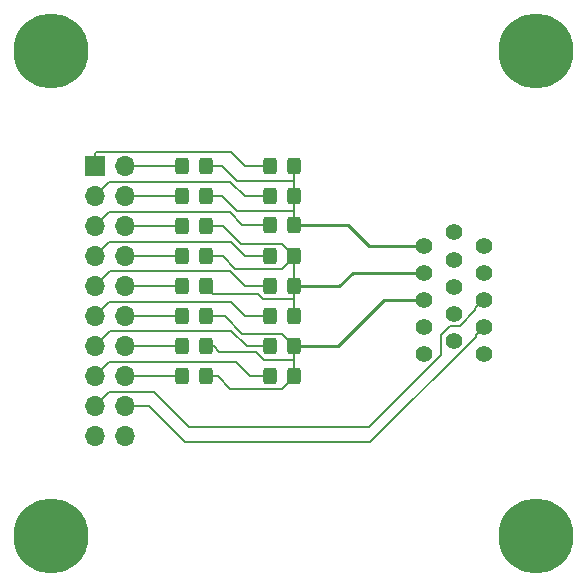
<source format=gtl>
G04 #@! TF.GenerationSoftware,KiCad,Pcbnew,(6.0.1)*
G04 #@! TF.CreationDate,2022-05-17T17:19:42-04:00*
G04 #@! TF.ProjectId,VGAX49,56474158-3439-42e6-9b69-6361645f7063,X1*
G04 #@! TF.SameCoordinates,Original*
G04 #@! TF.FileFunction,Copper,L1,Top*
G04 #@! TF.FilePolarity,Positive*
%FSLAX46Y46*%
G04 Gerber Fmt 4.6, Leading zero omitted, Abs format (unit mm)*
G04 Created by KiCad (PCBNEW (6.0.1)) date 2022-05-17 17:19:42*
%MOMM*%
%LPD*%
G01*
G04 APERTURE LIST*
G04 Aperture macros list*
%AMRoundRect*
0 Rectangle with rounded corners*
0 $1 Rounding radius*
0 $2 $3 $4 $5 $6 $7 $8 $9 X,Y pos of 4 corners*
0 Add a 4 corners polygon primitive as box body*
4,1,4,$2,$3,$4,$5,$6,$7,$8,$9,$2,$3,0*
0 Add four circle primitives for the rounded corners*
1,1,$1+$1,$2,$3*
1,1,$1+$1,$4,$5*
1,1,$1+$1,$6,$7*
1,1,$1+$1,$8,$9*
0 Add four rect primitives between the rounded corners*
20,1,$1+$1,$2,$3,$4,$5,0*
20,1,$1+$1,$4,$5,$6,$7,0*
20,1,$1+$1,$6,$7,$8,$9,0*
20,1,$1+$1,$8,$9,$2,$3,0*%
G04 Aperture macros list end*
G04 #@! TA.AperFunction,ComponentPad*
%ADD10C,6.350000*%
G04 #@! TD*
G04 #@! TA.AperFunction,ComponentPad*
%ADD11R,1.700000X1.700000*%
G04 #@! TD*
G04 #@! TA.AperFunction,ComponentPad*
%ADD12O,1.700000X1.700000*%
G04 #@! TD*
G04 #@! TA.AperFunction,ComponentPad*
%ADD13C,1.397000*%
G04 #@! TD*
G04 #@! TA.AperFunction,SMDPad,CuDef*
%ADD14RoundRect,0.250000X0.325000X0.450000X-0.325000X0.450000X-0.325000X-0.450000X0.325000X-0.450000X0*%
G04 #@! TD*
G04 #@! TA.AperFunction,Conductor*
%ADD15C,0.203200*%
G04 #@! TD*
G04 #@! TA.AperFunction,Conductor*
%ADD16C,0.254000*%
G04 #@! TD*
G04 APERTURE END LIST*
D10*
X14000000Y-55000000D03*
X55000000Y-55000000D03*
X55000000Y-14000000D03*
X14000000Y-14000000D03*
D11*
X17653000Y-23749000D03*
D12*
X20193000Y-23749000D03*
X17653000Y-26289000D03*
X20193000Y-26289000D03*
X17653000Y-28829000D03*
X20193000Y-28829000D03*
X17653000Y-31369000D03*
X20193000Y-31369000D03*
X17653000Y-33909000D03*
X20193000Y-33909000D03*
X17653000Y-36449000D03*
X20193000Y-36449000D03*
X17653000Y-38989000D03*
X20193000Y-38989000D03*
X17653000Y-41529000D03*
X20193000Y-41529000D03*
X17653000Y-44069000D03*
X20193000Y-44069000D03*
X17653000Y-46609000D03*
X20193000Y-46609000D03*
D13*
X45519340Y-30487620D03*
X45519340Y-32778700D03*
X45519340Y-35064700D03*
X45519340Y-37358320D03*
X45519340Y-39646860D03*
X48059340Y-29342080D03*
X48059340Y-31633160D03*
X48059340Y-33924240D03*
X48059340Y-36212780D03*
X48059340Y-38503860D03*
X50599340Y-30487620D03*
X50599340Y-32778700D03*
X50596800Y-35067240D03*
X50599340Y-37358320D03*
X50599340Y-39646860D03*
D14*
X34553000Y-23749000D03*
X32503000Y-23749000D03*
X27060000Y-23749000D03*
X25010000Y-23749000D03*
X34553000Y-26289000D03*
X32503000Y-26289000D03*
X27060000Y-26289000D03*
X25010000Y-26289000D03*
X34553000Y-28702000D03*
X32503000Y-28702000D03*
X27060000Y-28829000D03*
X25010000Y-28829000D03*
X34553000Y-31369000D03*
X32503000Y-31369000D03*
X27060000Y-31369000D03*
X25010000Y-31369000D03*
X34553000Y-33909000D03*
X32503000Y-33909000D03*
X27060000Y-33909000D03*
X25010000Y-33909000D03*
X34553000Y-36449000D03*
X32503000Y-36449000D03*
X27060000Y-36449000D03*
X25010000Y-36449000D03*
X34553000Y-38989000D03*
X32503000Y-38989000D03*
X27060000Y-38989000D03*
X25010000Y-38989000D03*
X34553000Y-41529000D03*
X32503000Y-41529000D03*
X27060000Y-41529000D03*
X25010000Y-41529000D03*
D15*
X17805401Y-22543399D02*
X29210000Y-22543399D01*
X17653000Y-23749000D02*
X17653000Y-22695800D01*
X32503000Y-23749000D02*
X30415601Y-23749000D01*
X17653000Y-22695800D02*
X17805401Y-22543399D01*
X30415601Y-23749000D02*
X29210000Y-22543399D01*
X21395081Y-23749000D02*
X25010000Y-23749000D01*
X20193000Y-23749000D02*
X21395081Y-23749000D01*
X32503000Y-26289000D02*
X30353000Y-26289000D01*
X29147399Y-25083399D02*
X18858601Y-25083399D01*
X18858601Y-25083399D02*
X17653000Y-26289000D01*
X30353000Y-26289000D02*
X29147399Y-25083399D01*
X20193000Y-26289000D02*
X25010000Y-26289000D01*
X18858601Y-27623399D02*
X17653000Y-28829000D01*
X32503000Y-28702000D02*
X30161601Y-28702000D01*
X29083000Y-27623399D02*
X18858601Y-27623399D01*
X30161601Y-28702000D02*
X29083000Y-27623399D01*
X20193000Y-28829000D02*
X25010000Y-28829000D01*
X30415601Y-31369000D02*
X29210000Y-30163399D01*
X18858601Y-30163399D02*
X17653000Y-31369000D01*
X32503000Y-31369000D02*
X30415601Y-31369000D01*
X29210000Y-30163399D02*
X18858601Y-30163399D01*
X21395081Y-31369000D02*
X25010000Y-31369000D01*
X20193000Y-31369000D02*
X21395081Y-31369000D01*
X32503000Y-33909000D02*
X30417399Y-33909000D01*
X30417399Y-33909000D02*
X29083000Y-32574601D01*
X29083000Y-32574601D02*
X18987399Y-32574601D01*
X18987399Y-32574601D02*
X17653000Y-33909000D01*
X20193000Y-33909000D02*
X25010000Y-33909000D01*
X32503000Y-36449000D02*
X30415601Y-36449000D01*
X29210000Y-35243399D02*
X18858601Y-35243399D01*
X18858601Y-35243399D02*
X17653000Y-36449000D01*
X30415601Y-36449000D02*
X29210000Y-35243399D01*
X20193000Y-36449000D02*
X25010000Y-36449000D01*
X29210000Y-37654601D02*
X18987399Y-37654601D01*
X18987399Y-37654601D02*
X17653000Y-38989000D01*
X30544399Y-38989000D02*
X29210000Y-37654601D01*
X32503000Y-38989000D02*
X30544399Y-38989000D01*
X20193000Y-38989000D02*
X21395081Y-38989000D01*
X21395081Y-38989000D02*
X25010000Y-38989000D01*
X18858601Y-40323399D02*
X29591000Y-40323399D01*
X30796601Y-41529000D02*
X29591000Y-40323399D01*
X17653000Y-41529000D02*
X18858601Y-40323399D01*
X32503000Y-41529000D02*
X30796601Y-41529000D01*
X20193000Y-41529000D02*
X25010000Y-41529000D01*
X22670399Y-42863399D02*
X25654000Y-45847000D01*
X17653000Y-44069000D02*
X18858601Y-42863399D01*
X18858601Y-42863399D02*
X22670399Y-42863399D01*
X47736249Y-37266881D02*
X48565309Y-37266881D01*
X48565309Y-37266881D02*
X49898301Y-35933889D01*
X40879270Y-45847000D02*
X47005239Y-39721031D01*
X47005239Y-39721031D02*
X47005239Y-37997891D01*
X47005239Y-37997891D02*
X47736249Y-37266881D01*
X25654000Y-45847000D02*
X40879270Y-45847000D01*
X49898301Y-35765739D02*
X50596800Y-35067240D01*
X49898301Y-35933889D02*
X49898301Y-35765739D01*
X41006270Y-47117000D02*
X49900841Y-38222429D01*
X49900841Y-38222429D02*
X49900841Y-38056819D01*
X25273000Y-47117000D02*
X41006270Y-47117000D01*
X49900841Y-38056819D02*
X50599340Y-37358320D01*
X20193000Y-44069000D02*
X22225000Y-44069000D01*
X22225000Y-44069000D02*
X25273000Y-47117000D01*
X31328745Y-39446209D02*
X32014536Y-40132000D01*
X32014536Y-40132000D02*
X34544000Y-40132000D01*
X30135381Y-37933390D02*
X33497390Y-37933390D01*
X34553000Y-41529000D02*
X34553000Y-40729000D01*
X27060000Y-36449000D02*
X28650991Y-36449000D01*
X33929628Y-38365628D02*
X34553000Y-38989000D01*
D16*
X42164000Y-35064700D02*
X38239700Y-38989000D01*
D15*
X34544000Y-40132000D02*
X34553000Y-40123000D01*
X29134202Y-42584610D02*
X33497390Y-42584610D01*
X33497390Y-37933390D02*
X33929628Y-38365628D01*
D16*
X38239700Y-38989000D02*
X34553000Y-38989000D01*
X45519340Y-35064700D02*
X42164000Y-35064700D01*
D15*
X28192209Y-39446209D02*
X31328745Y-39446209D01*
X33929628Y-42152372D02*
X34553000Y-41529000D01*
X27060000Y-38989000D02*
X27735000Y-38989000D01*
X27060000Y-41529000D02*
X28078592Y-41529000D01*
X28078592Y-41529000D02*
X29134202Y-42584610D01*
X27735000Y-38989000D02*
X28192209Y-39446209D01*
X34553000Y-40729000D02*
X34553000Y-39878000D01*
X33497390Y-42584610D02*
X33929628Y-42152372D01*
X34553000Y-39878000D02*
X34553000Y-38989000D01*
X34553000Y-40123000D02*
X34553000Y-39878000D01*
X28650991Y-36449000D02*
X30135381Y-37933390D01*
D16*
X45519340Y-32778700D02*
X39497000Y-32778700D01*
X38366700Y-33909000D02*
X39497000Y-32778700D01*
D15*
X33497390Y-32424610D02*
X33929628Y-31992372D01*
X34465610Y-34964610D02*
X34553000Y-35052000D01*
X34553000Y-36449000D02*
X34553000Y-35052000D01*
X30006583Y-30313390D02*
X33497390Y-30313390D01*
X33929628Y-31992372D02*
X34553000Y-31369000D01*
X27060000Y-31369000D02*
X28523991Y-31369000D01*
X34553000Y-35052000D02*
X34553000Y-33909000D01*
X28523991Y-31369000D02*
X29579601Y-32424610D01*
X33929628Y-30745628D02*
X34553000Y-31369000D01*
X33497390Y-30313390D02*
X33929628Y-30745628D01*
X27060000Y-33909000D02*
X27683372Y-34532372D01*
X28522193Y-28829000D02*
X30006583Y-30313390D01*
X27060000Y-28829000D02*
X28522193Y-28829000D01*
X29579601Y-32424610D02*
X33497390Y-32424610D01*
X33401000Y-34964610D02*
X34465610Y-34964610D01*
X27683372Y-34532372D02*
X31494908Y-34532372D01*
X31494908Y-34532372D02*
X31927146Y-34964610D01*
X31927146Y-34964610D02*
X33401000Y-34964610D01*
D16*
X34553000Y-33909000D02*
X38366700Y-33909000D01*
D15*
X34553000Y-31369000D02*
X34553000Y-33909000D01*
X27060000Y-26289000D02*
X28395193Y-26289000D01*
X28395193Y-26289000D02*
X29665193Y-27559000D01*
X27060000Y-23749000D02*
X28459592Y-23749000D01*
D16*
X39116000Y-28702000D02*
X40894000Y-30480000D01*
D15*
X29729592Y-25019000D02*
X34544000Y-25019000D01*
D16*
X44531512Y-30487620D02*
X44523892Y-30480000D01*
D15*
X34553000Y-27559000D02*
X34553000Y-26289000D01*
X34544000Y-25019000D02*
X34553000Y-25010000D01*
X34544000Y-25019000D02*
X34553000Y-25028000D01*
X34553000Y-28702000D02*
X34553000Y-27559000D01*
X28459592Y-23749000D02*
X29729592Y-25019000D01*
D16*
X45519340Y-30487620D02*
X44531512Y-30487620D01*
D15*
X34553000Y-25010000D02*
X34553000Y-23749000D01*
D16*
X44523892Y-30480000D02*
X40894000Y-30480000D01*
D15*
X29665193Y-27559000D02*
X34553000Y-27559000D01*
X34553000Y-25028000D02*
X34553000Y-26289000D01*
D16*
X34553000Y-28702000D02*
X39116000Y-28702000D01*
M02*

</source>
